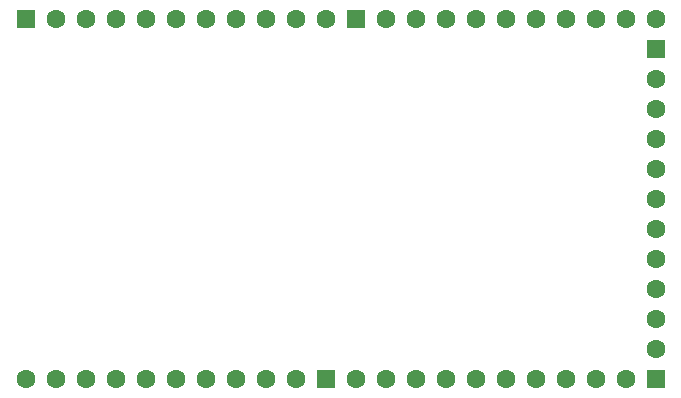
<source format=gbs>
G04 Layer: BottomSolderMaskLayer*
G04 EasyEDA v6.5.29, 2023-07-16 09:38:32*
G04 6daab3e9de084c3e9e407c93523b43d4,e855215096054eb7bd5858a7ef804e70,10*
G04 Gerber Generator version 0.2*
G04 Scale: 100 percent, Rotated: No, Reflected: No *
G04 Dimensions in millimeters *
G04 leading zeros omitted , absolute positions ,4 integer and 5 decimal *
%FSLAX45Y45*%
%MOMM*%

%AMMACRO1*1,1,$1,$2,$3*1,1,$1,$4,$5*1,1,$1,0-$2,0-$3*1,1,$1,0-$4,0-$5*20,1,$1,$2,$3,$4,$5,0*20,1,$1,$4,$5,0-$2,0-$3,0*20,1,$1,0-$2,0-$3,0-$4,0-$5,0*20,1,$1,0-$4,0-$5,$2,$3,0*4,1,4,$2,$3,$4,$5,0-$2,0-$3,0-$4,0-$5,$2,$3,0*%
%ADD10C,1.6002*%
%ADD11MACRO1,0.1016X0.7493X-0.7493X-0.7493X-0.7493*%
%ADD12MACRO1,0.1016X-0.7493X0.7493X0.7493X0.7493*%
%ADD13MACRO1,0.1016X0.7493X0.7493X0.7493X-0.7493*%

%LPD*%
D10*
G01*
X1155700Y1003300D03*
G01*
X1409700Y1003300D03*
G01*
X1663700Y1003300D03*
G01*
X1917700Y1003300D03*
G01*
X2171700Y1003300D03*
G01*
X2425700Y1003300D03*
G01*
X2679700Y1003300D03*
G01*
X2933700Y1003300D03*
G01*
X3187700Y1003300D03*
G01*
X3441700Y1003300D03*
D11*
G01*
X3695700Y1003300D03*
D10*
G01*
X3949700Y1003300D03*
G01*
X4203700Y1003300D03*
G01*
X4457700Y1003300D03*
G01*
X4711700Y1003300D03*
G01*
X4965700Y1003300D03*
G01*
X5219700Y1003300D03*
G01*
X5473700Y1003300D03*
G01*
X5727700Y1003300D03*
G01*
X5981700Y1003300D03*
G01*
X6235700Y1003300D03*
D11*
G01*
X6489700Y1003300D03*
D10*
G01*
X3695700Y4051300D03*
G01*
X3441700Y4051300D03*
G01*
X3187700Y4051300D03*
G01*
X2933700Y4051300D03*
G01*
X2679700Y4051300D03*
G01*
X2425700Y4051300D03*
G01*
X2171700Y4051300D03*
G01*
X1917700Y4051300D03*
G01*
X1663700Y4051300D03*
G01*
X1409700Y4051300D03*
D12*
G01*
X1155700Y4051300D03*
D10*
G01*
X6489700Y4051300D03*
G01*
X6235700Y4051300D03*
G01*
X5981700Y4051300D03*
G01*
X5727700Y4051300D03*
G01*
X5473700Y4051300D03*
G01*
X5219700Y4051300D03*
G01*
X4965700Y4051300D03*
G01*
X4711700Y4051300D03*
G01*
X4457700Y4051300D03*
G01*
X4203700Y4051300D03*
D12*
G01*
X3949700Y4051300D03*
D10*
G01*
X6489700Y1257300D03*
G01*
X6489700Y1511300D03*
G01*
X6489700Y1765300D03*
G01*
X6489700Y2019300D03*
G01*
X6489700Y2273300D03*
G01*
X6489700Y2527300D03*
G01*
X6489700Y2781300D03*
G01*
X6489700Y3035300D03*
G01*
X6489700Y3289300D03*
G01*
X6489700Y3543300D03*
D13*
G01*
X6489700Y3797300D03*
M02*

</source>
